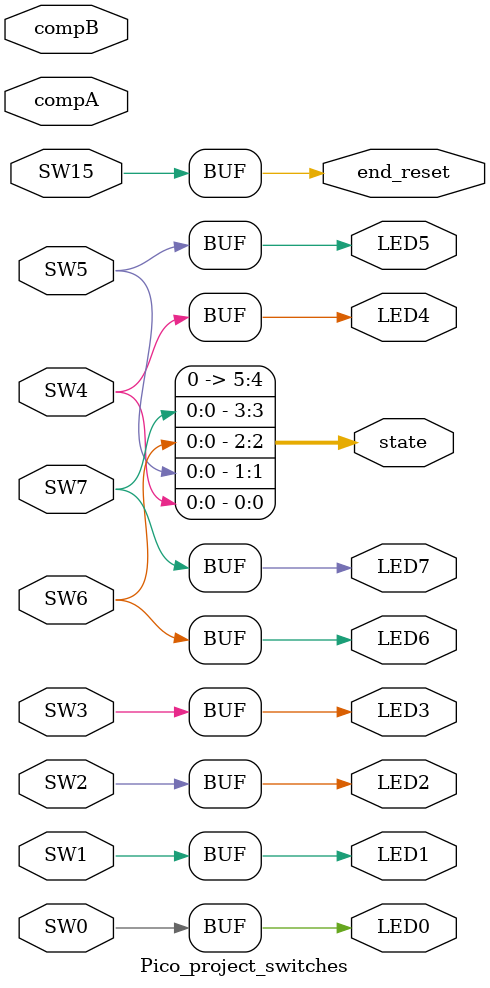
<source format=v>
`timescale 1ns / 1ps


module Pico_project_switches(
input SW0,SW1,SW2,SW3,SW4,SW5,SW6,SW7,SW15,compA, compB,


output reg [5:0] state,
output reg end_reset,
    
    output LED0,LED1,LED2,LED3,LED4,LED5,LED6,LED7
    
    );
    always @ (*) begin
                state = {SW7,SW6,SW5,SW4};
                end_reset = SW15;
			end
   
	assign LED0 = SW0;
    assign LED1 = SW1;
    assign LED2 = SW2;
    assign LED3 = SW3;
    assign LED4 = SW4;
    assign LED5 = SW5;
    assign LED6 = SW6;
    assign LED7 = SW7;
    
endmodule

</source>
